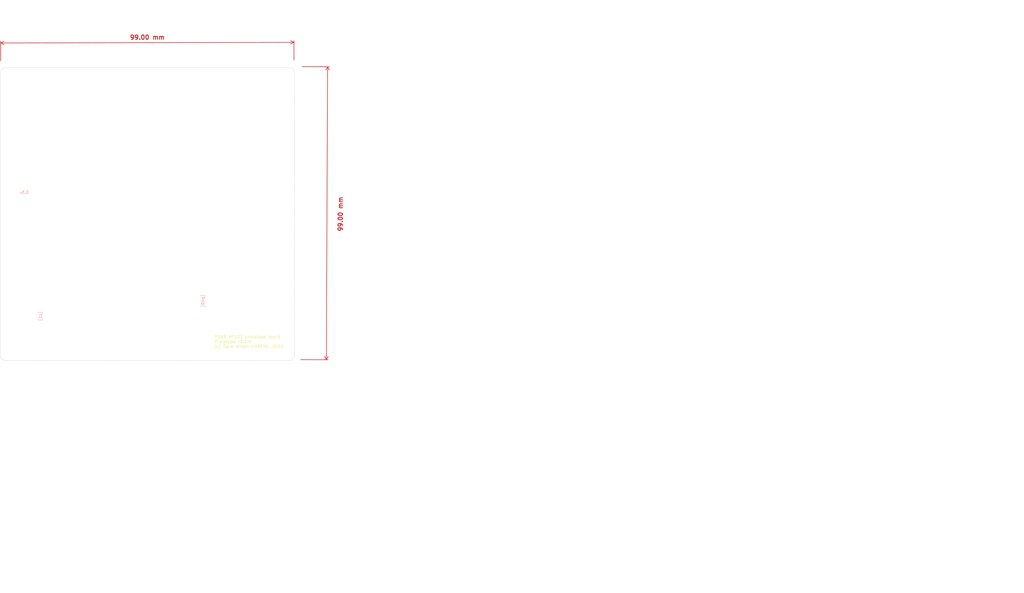
<source format=kicad_pcb>
(kicad_pcb
	(version 20240108)
	(generator "pcbnew")
	(generator_version "8.0")
	(general
		(thickness 1.6)
		(legacy_teardrops no)
	)
	(paper "USLetter")
	(title_block
		(title "ClemSDR-Min_Modules")
		(date "2023-10-17")
		(rev "0.4.0")
		(comment 1 "Minimalist Rework of HF-103 (designed be Oskar Stella)")
		(comment 3 "based on the Infineon/Cypress  FX3 DevKit and LTC2208 Demo modules")
	)
	(layers
		(0 "F.Cu" jumper)
		(1 "In1.Cu" power "GND")
		(2 "In2.Cu" power "+3.3v")
		(31 "B.Cu" signal)
		(34 "B.Paste" user)
		(35 "F.Paste" user)
		(36 "B.SilkS" user "B.Silkscreen")
		(37 "F.SilkS" user "F.Silkscreen")
		(38 "B.Mask" user)
		(39 "F.Mask" user)
		(44 "Edge.Cuts" user)
		(45 "Margin" user)
		(46 "B.CrtYd" user "B.Courtyard")
		(47 "F.CrtYd" user "F.Courtyard")
	)
	(setup
		(stackup
			(layer "F.SilkS"
				(type "Top Silk Screen")
				(color "White")
			)
			(layer "F.Paste"
				(type "Top Solder Paste")
			)
			(layer "F.Mask"
				(type "Top Solder Mask")
				(thickness 0.01)
			)
			(layer "F.Cu"
				(type "copper")
				(thickness 0.035)
			)
			(layer "dielectric 1"
				(type "prepreg")
				(color "PTFE natural")
				(thickness 0.1)
				(material "FR4")
				(epsilon_r 4.5)
				(loss_tangent 0.02)
			)
			(layer "In1.Cu"
				(type "copper")
				(thickness 0.035)
			)
			(layer "dielectric 2"
				(type "core")
				(thickness 1.24)
				(material "FR4")
				(epsilon_r 4.5)
				(loss_tangent 0.02)
			)
			(layer "In2.Cu"
				(type "copper")
				(thickness 0.035)
			)
			(layer "dielectric 3"
				(type "prepreg")
				(thickness 0.1)
				(material "FR4")
				(epsilon_r 4.5)
				(loss_tangent 0.02)
			)
			(layer "B.Cu"
				(type "copper")
				(thickness 0.035)
			)
			(layer "B.Mask"
				(type "Bottom Solder Mask")
				(thickness 0.01)
			)
			(layer "B.Paste"
				(type "Bottom Solder Paste")
			)
			(layer "B.SilkS"
				(type "Bottom Silk Screen")
				(color "White")
			)
			(copper_finish "ENIG")
			(dielectric_constraints no)
		)
		(pad_to_mask_clearance 0)
		(allow_soldermask_bridges_in_footprints no)
		(pcbplotparams
			(layerselection 0x00010fc_ffffffff)
			(plot_on_all_layers_selection 0x0000000_00000000)
			(disableapertmacros no)
			(usegerberextensions no)
			(usegerberattributes yes)
			(usegerberadvancedattributes yes)
			(creategerberjobfile yes)
			(dashed_line_dash_ratio 12.000000)
			(dashed_line_gap_ratio 3.000000)
			(svgprecision 4)
			(plotframeref no)
			(viasonmask no)
			(mode 1)
			(useauxorigin no)
			(hpglpennumber 1)
			(hpglpenspeed 20)
			(hpglpendiameter 15.000000)
			(pdf_front_fp_property_popups yes)
			(pdf_back_fp_property_popups yes)
			(dxfpolygonmode yes)
			(dxfimperialunits yes)
			(dxfusepcbnewfont yes)
			(psnegative no)
			(psa4output no)
			(plotreference yes)
			(plotvalue yes)
			(plotfptext yes)
			(plotinvisibletext no)
			(sketchpadsonfab no)
			(subtractmaskfromsilk no)
			(outputformat 1)
			(mirror no)
			(drillshape 1)
			(scaleselection 1)
			(outputdirectory "")
		)
	)
	(net 0 "")
	(gr_line
		(start 292.52616 216.116008)
		(end 292.499966 120.914246)
		(stroke
			(width 0.1)
			(type default)
		)
		(layer "In1.Cu")
		(uuid "26f47a93-3d7b-4d99-966e-b59d80c2b7d4")
	)
	(gr_line
		(start 389.404126 217.400031)
		(end 294.377074 217.534968)
		(stroke
			(width 0.1)
			(type default)
		)
		(layer "In1.Cu")
		(uuid "49b9dfc0-4653-4505-981a-eff4b111ddb1")
	)
	(gr_arc
		(start 391.326387 215.847751)
		(mid 390.722221 217.065937)
		(end 389.404126 217.400031)
		(stroke
			(width 0.1)
			(type default)
		)
		(layer "In1.Cu")
		(uuid "5a233eb4-bd6f-4945-b77e-e526f77d7dbd")
	)
	(gr_line
		(start 294.499966 118.914246)
		(end 389.199966 118.900031)
		(stroke
			(width 0.1)
			(type default)
		)
		(layer "In1.Cu")
		(uuid "719611d5-b25c-4ece-9979-36ad05fb6a5c")
	)
	(gr_line
		(start 391.199965 120.900032)
		(end 391.326387 215.847751)
		(stroke
			(width 0.1)
			(type default)
		)
		(layer "In1.Cu")
		(uuid "8cc6d44b-0bb0-4256-a452-81415feaeb7e")
	)
	(gr_arc
		(start 292.499966 120.914246)
		(mid 293.085752 119.500032)
		(end 294.499966 118.914246)
		(stroke
			(width 0.1)
			(type default)
		)
		(layer "In1.Cu")
		(uuid "a152dfce-c05e-4733-8c84-d35bbdf30496")
	)
	(gr_arc
		(start 389.199965 118.900032)
		(mid 390.614179 119.485818)
		(end 391.199965 120.900032)
		(stroke
			(width 0.1)
			(type default)
		)
		(layer "In1.Cu")
		(uuid "f492604e-34d2-4a72-b0c6-985cac2bb7a6")
	)
	(gr_arc
		(start 294.377074 217.534968)
		(mid 293.157741 217.208825)
		(end 292.52616 216.116008)
		(stroke
			(width 0.1)
			(type default)
		)
		(layer "In1.Cu")
		(uuid "ff41a9cb-587c-4c52-9f35-5ea1b508a8f7")
	)
	(gr_arc
		(start 391.235787 114.180251)
		(mid 390.631621 115.398437)
		(end 389.313526 115.732531)
		(stroke
			(width 0.1)
			(type default)
		)
		(layer "In2.Cu")
		(uuid "2f89d81e-9b5d-4767-9283-c3f55f051a16")
	)
	(gr_arc
		(start 389.109365 17.232532)
		(mid 390.523579 17.818318)
		(end 391.109365 19.232532)
		(stroke
			(width 0.1)
			(type default)
		)
		(layer "In2.Cu")
		(uuid "64efe827-3321-4e21-aeab-92d0f6af40f1")
	)
	(gr_arc
		(start 294.286474 115.867468)
		(mid 293.067141 115.541325)
		(end 292.43556 114.448508)
		(stroke
			(width 0.1)
			(type default)
		)
		(layer "In2.Cu")
		(uuid "705d340e-0265-4ec0-a578-0a7f8aae6562")
	)
	(gr_line
		(start 391.109365 19.232532)
		(end 391.235787 114.180251)
		(stroke
			(width 0.1)
			(type default)
		)
		(layer "In2.Cu")
		(uuid "7b7bfd97-4c8e-4cbe-b21e-ac54f22d9ca3")
	)
	(gr_line
		(start 389.313526 115.732531)
		(end 294.286474 115.867468)
		(stroke
			(width 0.1)
			(type default)
		)
		(layer "In2.Cu")
		(uuid "7dbaf99f-9147-4526-a27b-0ac9bcb2cd63")
	)
	(gr_arc
		(start 292.409366 19.246746)
		(mid 292.995152 17.832532)
		(end 294.409366 17.246746)
		(stroke
			(width 0.1)
			(type default)
		)
		(layer "In2.Cu")
		(uuid "a4a9e6bd-7b97-4d13-b5fe-a995f159abcc")
	)
	(gr_line
		(start 292.43556 114.448508)
		(end 292.409366 19.246746)
		(stroke
			(width 0.1)
			(type default)
		)
		(layer "In2.Cu")
		(uuid "af150a58-f043-411d-9418-a90dc91ceb30")
	)
	(gr_line
		(start 294.409366 17.246746)
		(end 389.109366 17.232531)
		(stroke
			(width 0.1)
			(type default)
		)
		(layer "In2.Cu")
		(uuid "c681aec8-5328-499f-8079-c58120e1010c")
	)
	(gr_line
		(start 143.1 138.999999)
		(end 47.577108 138.955196)
		(locked yes)
		(stroke
			(width 0.1)
			(type default)
		)
		(layer "Edge.Cuts")
		(uuid "0163a156-f478-4354-903f-d9e9aeda0313")
	)
	(gr_arc
		(start 47.577108 138.955196)
		(mid 46.357775 138.629053)
		(end 45.726194 137.536236)
		(locked yes)
		(stroke
			(width 0.1)
			(type default)
		)
		(layer "Edge.Cuts")
		(uuid "1bf1679e-97b8-4382-ad2e-76a52e88e079")
	)
	(gr_line
		(start 45.726194 137.536236)
		(end 45.7 42.014214)
		(locked yes)
		(stroke
			(width 0.1)
			(type default)
		)
		(layer "Edge.Cuts")
		(uuid "1fe97f8f-9317-4e09-977a-b6b5efdb7515")
	)
	(gr_line
		(start 145.1 42)
		(end 145.022261 137.447719)
		(locked yes)
		(stroke
			(width 0.1)
			(type default)
		)
		(layer "Edge.Cuts")
		(uuid "239f9b04-da17-4afc-bb96-4c29d4ed3f47")
	)
	(gr_arc
		(start 145.022261 137.447719)
		(mid 144.418095 138.665905)
		(end 143.1 138.999999)
		(locked yes)
		(stroke
			(width 0.1)
			(type default)
		)
		(layer "Edge.Cuts")
		(uuid "28b98933-d430-4d22-8416-ddbb6dacbf1b")
	)
	(gr_arc
		(start 45.7 42.014214)
		(mid 46.285786 40.6)
		(end 47.7 40.014214)
		(locked yes)
		(stroke
			(width 0.1)
			(type default)
		)
		(layer "Edge.Cuts")
		(uuid "3a583469-baae-4842-85c3-48c8c38e34ad")
	)
	(gr_arc
		(start 143.1 40)
		(mid 144.514214 40.585786)
		(end 145.1 42)
		(locked yes)
		(stroke
			(width 0.1)
			(type default)
		)
		(layer "Edge.Cuts")
		(uuid "df534f71-1418-4f9a-877a-bc9351bcad29")
	)
	(gr_line
		(start 47.7 40.014214)
		(end 143.1 40)
		(locked yes)
		(stroke
			(width 0.1)
			(type default)
		)
		(layer "Edge.Cuts")
		(uuid "e72fe374-5fdb-4c97-a7a0-b3b5cba0f1c1")
	)
	(gr_text "[p40]"
		(at 114.69 116.7 90)
		(layer "B.SilkS")
		(uuid "01137656-81cc-4338-bed9-6fd34d1fc43a")
		(effects
			(font
				(size 1 1)
				(thickness 0.15)
			)
			(justify left bottom mirror)
		)
	)
	(gr_text "[p1]"
		(at 59.85 122.32 90)
		(layer "B.SilkS")
		(uuid "5de2b630-e3bf-4a48-b212-33fdf22c2da1")
		(effects
			(font
				(size 1 1)
				(thickness 0.15)
			)
			(justify left bottom mirror)
		)
	)
	(gr_text "3.3v"
		(at 55.61 82.78 0)
		(layer "B.SilkS")
		(uuid "eb0698f7-c1dc-4726-9341-a4982aacb480")
		(effects
			(font
				(size 1 1)
				(thickness 0.15)
			)
			(justify left bottom mirror)
		)
	)
	(gr_text "PSWS HF103 prototype board\nPrototype v0.1.0\n(c) Dave Witten KD0EAG, 2025\n"
		(at 117.9 134.8 0)
		(layer "F.SilkS")
		(uuid "9f5358ea-972a-409f-81bd-905586ad6a6c")
		(effects
			(font
				(size 1 1)
				(thickness 0.15)
			)
			(justify left bottom)
		)
	)
	(dimension
		(type aligned)
		(locked yes)
		(layer "F.Cu")
		(uuid "4c824f54-d880-4f23-9006-5cca63874a5f")
		(pts
			(xy 45.9 38.2) (xy 144.9 38)
		)
		(height -6.5)
		(gr_text "99.00 mm"
			(locked yes)
			(at 95.383233 29.800017 0.1157488921)
			(layer "F.Cu")
			(uuid "4c824f54-d880-4f23-9006-5cca63874a5f")
			(effects
				(font
					(size 1.5 1.5)
					(thickness 0.3)
				)
			)
		)
		(format
			(prefix "")
			(suffix "")
			(units 3)
			(units_format 1)
			(precision 2)
		)
		(style
			(thickness 0.2)
			(arrow_length 1.27)
			(text_position_mode 0)
			(extension_height 0.58642)
			(extension_offset 0.5) keep_text_aligned)
	)
	(dimension
		(type aligned)
		(locked yes)
		(layer "F.Cu")
		(uuid "b68b9278-91f7-4cc3-801c-0563320121c0")
		(pts
			(xy 147.1 39.7) (xy 146.7 138.7)
		)
		(height -9.141163)
		(gr_text "99.00 mm"
			(locked yes)
			(at 160.6 89.5 89.76850316)
			(layer "F.Cu")
			(uuid "b68b9278-91f7-4cc3-801c-0563320121c0")
			(effects
				(font
					(size 1.5 1.5)
					(thickness 0.3)
				)
			)
		)
		(format
			(prefix "")
			(suffix "")
			(units 3)
			(units_format 1)
			(precision 2)
		)
		(style
			(thickness 0.2)
			(arrow_length 1.27)
			(text_position_mode 2)
			(extension_height 0.58642)
			(extension_offset 0.5) keep_text_aligned)
	)
)

</source>
